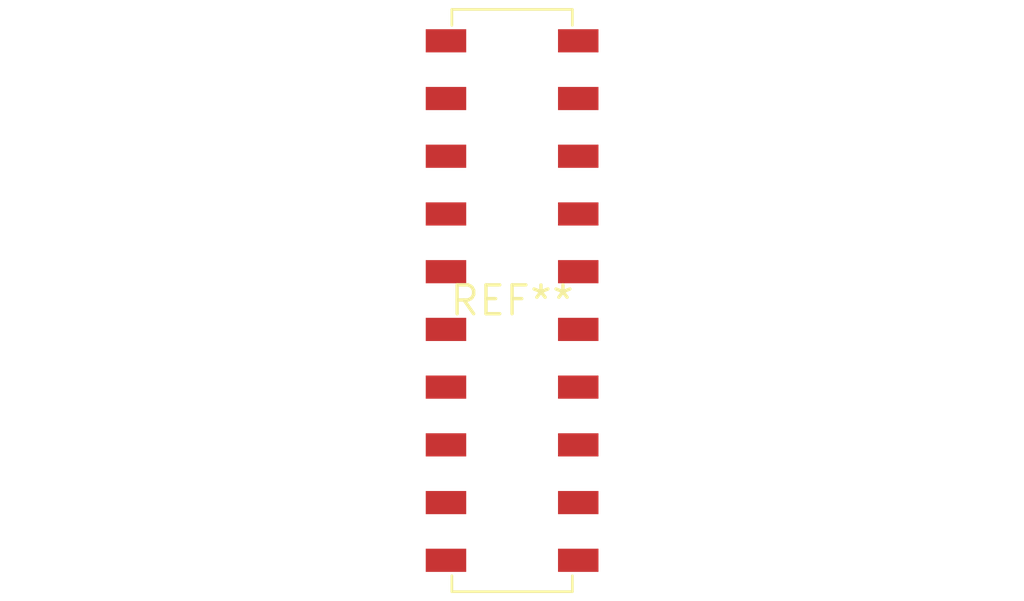
<source format=kicad_pcb>
(kicad_pcb (version 20240108) (generator pcbnew)
  (layers (0 "F.Cu" signal) (31 "B.Cu" signal) (34 "B.Paste" user) (35 "F.Paste" user) (36 "B.SilkS" user "B.Silkscreen") (37 "F.SilkS" user "F.Silkscreen") (38 "B.Mask" user) (39 "F.Mask" user) (44 "Edge.Cuts" user))
  (net 0 "")
  (footprint "Harwin_M20-7811045_2x10_P2.54mm_Vertical" (layer "F.Cu") (at 0 0)
    (property "Reference" "REF**")
    (property "Value" "Harwin_M20-7811045_2x10_P2.54mm_Vertical")
    (fp_line (start -2.65 -12.81) (end 2.65 -12.81) (layer "F.SilkS") (stroke (width 0.12)))
    (fp_line (start -2.65 -12.11) (end -2.65 -12.81) (layer "F.SilkS") (stroke (width 0.12)))
    (fp_line (start -2.65 12.11) (end -2.65 12.81) (layer "F.SilkS") (stroke (width 0.12)))
    (fp_line (start -2.65 12.81) (end 2.65 12.81) (layer "F.SilkS") (stroke (width 0.12)))
    (fp_line (start 2.65 -12.81) (end 2.65 -12.11) (layer "F.SilkS") (stroke (width 0.12)))
    (fp_line (start 2.65 12.81) (end 2.65 12.11) (layer "F.SilkS") (stroke (width 0.12)))
    (pad "" np_thru_hole circle (at -1.27 -11.43) (size 1.02 1.02) (drill 1.02) (layers *.Cu *.Mask))
    (pad "" np_thru_hole circle (at -1.27 -8.89) (size 1.02 1.02) (drill 1.02) (layers *.Cu *.Mask))
    (pad "" np_thru_hole circle (at -1.27 -6.35) (size 1.02 1.02) (drill 1.02) (layers *.Cu *.Mask))
    (pad "" np_thru_hole circle (at -1.27 -3.81) (size 1.02 1.02) (drill 1.02) (layers *.Cu *.Mask))
    (pad "" np_thru_hole circle (at -1.27 -1.27) (size 1.02 1.02) (drill 1.02) (layers *.Cu *.Mask))
    (pad "" np_thru_hole circle (at -1.27 1.27) (size 1.02 1.02) (drill 1.02) (layers *.Cu *.Mask))
    (pad "" np_thru_hole circle (at -1.27 3.81) (size 1.02 1.02) (drill 1.02) (layers *.Cu *.Mask))
    (pad "" np_thru_hole circle (at -1.27 6.35) (size 1.02 1.02) (drill 1.02) (layers *.Cu *.Mask))
    (pad "" np_thru_hole circle (at -1.27 8.89) (size 1.02 1.02) (drill 1.02) (layers *.Cu *.Mask))
    (pad "" np_thru_hole circle (at -1.27 11.43) (size 1.02 1.02) (drill 1.02) (layers *.Cu *.Mask))
    (pad "" np_thru_hole circle (at 0 -10.16) (size 1.8 1.8) (drill 1.8) (layers *.Cu *.Mask))
    (pad "" np_thru_hole circle (at 0 10.16) (size 1.8 1.8) (drill 1.8) (layers *.Cu *.Mask))
    (pad "" np_thru_hole circle (at 1.27 -11.43) (size 1.02 1.02) (drill 1.02) (layers *.Cu *.Mask))
    (pad "" np_thru_hole circle (at 1.27 -8.89) (size 1.02 1.02) (drill 1.02) (layers *.Cu *.Mask))
    (pad "" np_thru_hole circle (at 1.27 -6.35) (size 1.02 1.02) (drill 1.02) (layers *.Cu *.Mask))
    (pad "" np_thru_hole circle (at 1.27 -3.81) (size 1.02 1.02) (drill 1.02) (layers *.Cu *.Mask))
    (pad "" np_thru_hole circle (at 1.27 -1.27) (size 1.02 1.02) (drill 1.02) (layers *.Cu *.Mask))
    (pad "" np_thru_hole circle (at 1.27 1.27) (size 1.02 1.02) (drill 1.02) (layers *.Cu *.Mask))
    (pad "" np_thru_hole circle (at 1.27 3.81) (size 1.02 1.02) (drill 1.02) (layers *.Cu *.Mask))
    (pad "" np_thru_hole circle (at 1.27 6.35) (size 1.02 1.02) (drill 1.02) (layers *.Cu *.Mask))
    (pad "" np_thru_hole circle (at 1.27 8.89) (size 1.02 1.02) (drill 1.02) (layers *.Cu *.Mask))
    (pad "" np_thru_hole circle (at 1.27 11.43) (size 1.02 1.02) (drill 1.02) (layers *.Cu *.Mask))
    (pad "1" smd rect (at -2.91 -11.43) (size 1.78 1.02) (layers "F.Cu" "F.Paste" "F.Mask"))
    (pad "2" smd rect (at -2.91 -8.89) (size 1.78 1.02) (layers "F.Cu" "F.Paste" "F.Mask"))
    (pad "3" smd rect (at -2.91 -6.35) (size 1.78 1.02) (layers "F.Cu" "F.Paste" "F.Mask"))
    (pad "4" smd rect (at -2.91 -3.81) (size 1.78 1.02) (layers "F.Cu" "F.Paste" "F.Mask"))
    (pad "5" smd rect (at -2.91 -1.27) (size 1.78 1.02) (layers "F.Cu" "F.Paste" "F.Mask"))
    (pad "6" smd rect (at -2.91 1.27) (size 1.78 1.02) (layers "F.Cu" "F.Paste" "F.Mask"))
    (pad "7" smd rect (at -2.91 3.81) (size 1.78 1.02) (layers "F.Cu" "F.Paste" "F.Mask"))
    (pad "8" smd rect (at -2.91 6.35) (size 1.78 1.02) (layers "F.Cu" "F.Paste" "F.Mask"))
    (pad "9" smd rect (at -2.91 8.89) (size 1.78 1.02) (layers "F.Cu" "F.Paste" "F.Mask"))
    (pad "10" smd rect (at -2.91 11.43) (size 1.78 1.02) (layers "F.Cu" "F.Paste" "F.Mask"))
    (pad "11" smd rect (at 2.91 -11.43) (size 1.78 1.02) (layers "F.Cu" "F.Paste" "F.Mask"))
    (pad "12" smd rect (at 2.91 -8.89) (size 1.78 1.02) (layers "F.Cu" "F.Paste" "F.Mask"))
    (pad "13" smd rect (at 2.91 -6.35) (size 1.78 1.02) (layers "F.Cu" "F.Paste" "F.Mask"))
    (pad "14" smd rect (at 2.91 -3.81) (size 1.78 1.02) (layers "F.Cu" "F.Paste" "F.Mask"))
    (pad "15" smd rect (at 2.91 -1.27) (size 1.78 1.02) (layers "F.Cu" "F.Paste" "F.Mask"))
    (pad "16" smd rect (at 2.91 1.27) (size 1.78 1.02) (layers "F.Cu" "F.Paste" "F.Mask"))
    (pad "17" smd rect (at 2.91 3.81) (size 1.78 1.02) (layers "F.Cu" "F.Paste" "F.Mask"))
    (pad "18" smd rect (at 2.91 6.35) (size 1.78 1.02) (layers "F.Cu" "F.Paste" "F.Mask"))
    (pad "19" smd rect (at 2.91 8.89) (size 1.78 1.02) (layers "F.Cu" "F.Paste" "F.Mask"))
    (pad "20" smd rect (at 2.91 11.43) (size 1.78 1.02) (layers "F.Cu" "F.Paste" "F.Mask"))
  )
)
</source>
